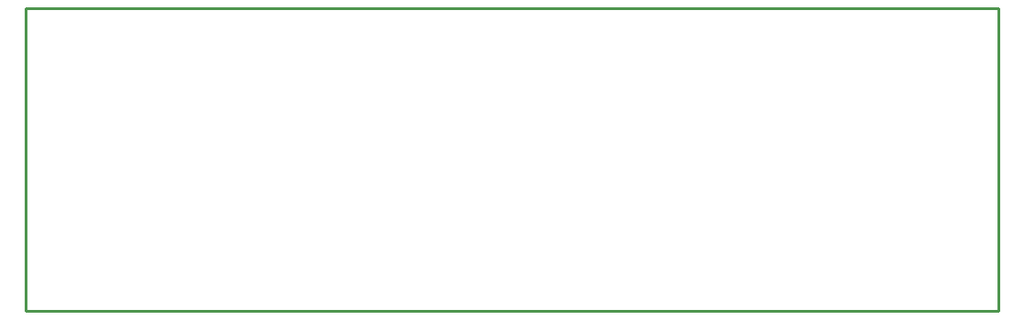
<source format=gko>
G04*
G04 #@! TF.GenerationSoftware,Altium Limited,Altium Designer,19.0.11 (319)*
G04*
G04 Layer_Color=16711935*
%FSLAX44Y44*%
%MOMM*%
G71*
G01*
G75*
%ADD11C,0.2540*%
D11*
X1356464Y670000D02*
X456464D01*
X1356464D02*
Y950000D01*
X456464D01*
Y670000D02*
Y950000D01*
M02*

</source>
